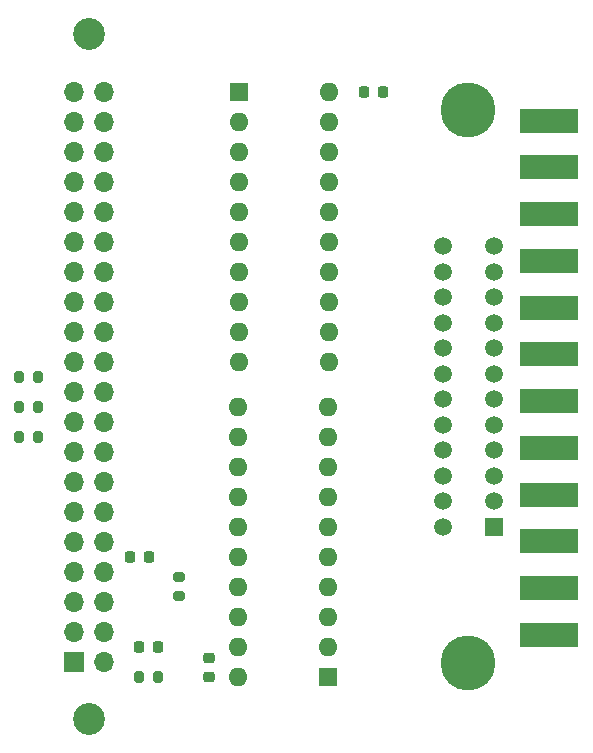
<source format=gbr>
%TF.GenerationSoftware,KiCad,Pcbnew,(6.0.0)*%
%TF.CreationDate,2022-01-24T18:05:25-05:00*%
%TF.ProjectId,gpib breakout,67706962-2062-4726-9561-6b6f75742e6b,rev?*%
%TF.SameCoordinates,Original*%
%TF.FileFunction,Soldermask,Top*%
%TF.FilePolarity,Negative*%
%FSLAX46Y46*%
G04 Gerber Fmt 4.6, Leading zero omitted, Abs format (unit mm)*
G04 Created by KiCad (PCBNEW (6.0.0)) date 2022-01-24 18:05:25*
%MOMM*%
%LPD*%
G01*
G04 APERTURE LIST*
G04 Aperture macros list*
%AMRoundRect*
0 Rectangle with rounded corners*
0 $1 Rounding radius*
0 $2 $3 $4 $5 $6 $7 $8 $9 X,Y pos of 4 corners*
0 Add a 4 corners polygon primitive as box body*
4,1,4,$2,$3,$4,$5,$6,$7,$8,$9,$2,$3,0*
0 Add four circle primitives for the rounded corners*
1,1,$1+$1,$2,$3*
1,1,$1+$1,$4,$5*
1,1,$1+$1,$6,$7*
1,1,$1+$1,$8,$9*
0 Add four rect primitives between the rounded corners*
20,1,$1+$1,$2,$3,$4,$5,0*
20,1,$1+$1,$4,$5,$6,$7,0*
20,1,$1+$1,$6,$7,$8,$9,0*
20,1,$1+$1,$8,$9,$2,$3,0*%
G04 Aperture macros list end*
%ADD10RoundRect,0.225000X-0.225000X-0.250000X0.225000X-0.250000X0.225000X0.250000X-0.225000X0.250000X0*%
%ADD11RoundRect,0.200000X-0.275000X0.200000X-0.275000X-0.200000X0.275000X-0.200000X0.275000X0.200000X0*%
%ADD12C,2.700000*%
%ADD13RoundRect,0.200000X-0.200000X-0.275000X0.200000X-0.275000X0.200000X0.275000X-0.200000X0.275000X0*%
%ADD14RoundRect,0.200000X0.200000X0.275000X-0.200000X0.275000X-0.200000X-0.275000X0.200000X-0.275000X0*%
%ADD15R,5.000000X2.000000*%
%ADD16RoundRect,0.225000X0.250000X-0.225000X0.250000X0.225000X-0.250000X0.225000X-0.250000X-0.225000X0*%
%ADD17RoundRect,0.225000X0.225000X0.250000X-0.225000X0.250000X-0.225000X-0.250000X0.225000X-0.250000X0*%
%ADD18R,1.600000X1.600000*%
%ADD19O,1.600000X1.600000*%
%ADD20C,1.500000*%
%ADD21R,1.500000X1.500000*%
%ADD22C,4.650000*%
%ADD23R,1.700000X1.700000*%
%ADD24O,1.700000X1.700000*%
G04 APERTURE END LIST*
D10*
%TO.C,C1*%
X222745000Y-71120000D03*
X224295000Y-71120000D03*
%TD*%
D11*
%TO.C,R4*%
X207010000Y-112205000D03*
X207010000Y-113855000D03*
%TD*%
D12*
%TO.C,REF\u002A\u002A*%
X199390000Y-66250000D03*
%TD*%
D13*
%TO.C,R3*%
X193485000Y-95250000D03*
X195135000Y-95250000D03*
%TD*%
D14*
%TO.C,R5*%
X205295000Y-120650000D03*
X203645000Y-120650000D03*
%TD*%
D15*
%TO.C,J1*%
X238390500Y-73575000D03*
X238400500Y-77525000D03*
X238400500Y-81485000D03*
X238410500Y-85445000D03*
X238400500Y-89405000D03*
X238400500Y-93365000D03*
X238410500Y-97325000D03*
X238400500Y-101285000D03*
X238400500Y-105245000D03*
X238400500Y-109205000D03*
X238400500Y-113165000D03*
X238400500Y-117125000D03*
%TD*%
D16*
%TO.C,C2*%
X209550000Y-120650000D03*
X209550000Y-119100000D03*
%TD*%
D17*
%TO.C,D1*%
X204470000Y-110490000D03*
X202920000Y-110490000D03*
%TD*%
%TO.C,D2*%
X205245000Y-118110000D03*
X203695000Y-118110000D03*
%TD*%
D12*
%TO.C,REF\u002A\u002A*%
X199390000Y-124245000D03*
%TD*%
D13*
%TO.C,R2*%
X193485000Y-97790000D03*
X195135000Y-97790000D03*
%TD*%
D18*
%TO.C,U2*%
X219700000Y-120645000D03*
D19*
X219700000Y-118105000D03*
X219700000Y-115565000D03*
X219700000Y-113025000D03*
X219700000Y-110485000D03*
X219700000Y-107945000D03*
X219700000Y-105405000D03*
X219700000Y-102865000D03*
X219700000Y-100325000D03*
X219700000Y-97785000D03*
X212080000Y-97785000D03*
X212080000Y-100325000D03*
X212080000Y-102865000D03*
X212080000Y-105405000D03*
X212080000Y-107945000D03*
X212080000Y-110485000D03*
X212080000Y-113025000D03*
X212080000Y-115565000D03*
X212080000Y-118105000D03*
X212080000Y-120645000D03*
%TD*%
D20*
%TO.C,J2*%
X229390000Y-84190000D03*
X229390000Y-86350000D03*
X229390000Y-88510000D03*
X229390000Y-90670000D03*
X229390000Y-92830000D03*
X229390000Y-94990000D03*
X229390000Y-97150000D03*
X229390000Y-99310000D03*
X229390000Y-101470000D03*
X229390000Y-103630000D03*
X229390000Y-105790000D03*
X229390000Y-107950000D03*
X233680000Y-84190000D03*
X233680000Y-86350000D03*
X233680000Y-88510000D03*
X233680000Y-90670000D03*
X233680000Y-92830000D03*
X233680000Y-94990000D03*
X233680000Y-97150000D03*
X233680000Y-99310000D03*
X233680000Y-101470000D03*
X233680000Y-103630000D03*
X233680000Y-105790000D03*
D21*
X233680000Y-107950000D03*
D22*
X231535000Y-119470000D03*
X231535000Y-72670000D03*
%TD*%
D18*
%TO.C,U1*%
X212100000Y-71125000D03*
D19*
X212100000Y-73665000D03*
X212100000Y-76205000D03*
X212100000Y-78745000D03*
X212100000Y-81285000D03*
X212100000Y-83825000D03*
X212100000Y-86365000D03*
X212100000Y-88905000D03*
X212100000Y-91445000D03*
X212100000Y-93985000D03*
X219720000Y-93985000D03*
X219720000Y-91445000D03*
X219720000Y-88905000D03*
X219720000Y-86365000D03*
X219720000Y-83825000D03*
X219720000Y-81285000D03*
X219720000Y-78745000D03*
X219720000Y-76205000D03*
X219720000Y-73665000D03*
X219720000Y-71125000D03*
%TD*%
D13*
%TO.C,R1*%
X193485000Y-100330000D03*
X195135000Y-100330000D03*
%TD*%
D23*
%TO.C,J3*%
X198115000Y-119375000D03*
D24*
X200655000Y-119375000D03*
X198115000Y-116835000D03*
X200655000Y-116835000D03*
X198115000Y-114295000D03*
X200655000Y-114295000D03*
X198115000Y-111755000D03*
X200655000Y-111755000D03*
X198115000Y-109215000D03*
X200655000Y-109215000D03*
X198115000Y-106675000D03*
X200655000Y-106675000D03*
X198115000Y-104135000D03*
X200655000Y-104135000D03*
X198115000Y-101595000D03*
X200655000Y-101595000D03*
X198115000Y-99055000D03*
X200655000Y-99055000D03*
X198115000Y-96515000D03*
X200655000Y-96515000D03*
X198115000Y-93975000D03*
X200655000Y-93975000D03*
X198115000Y-91435000D03*
X200655000Y-91435000D03*
X198115000Y-88895000D03*
X200655000Y-88895000D03*
X198115000Y-86355000D03*
X200655000Y-86355000D03*
X198115000Y-83815000D03*
X200655000Y-83815000D03*
X198115000Y-81275000D03*
X200655000Y-81275000D03*
X198115000Y-78735000D03*
X200655000Y-78735000D03*
X198115000Y-76195000D03*
X200655000Y-76195000D03*
X198115000Y-73655000D03*
X200655000Y-73655000D03*
X198115000Y-71115000D03*
X200655000Y-71115000D03*
%TD*%
M02*

</source>
